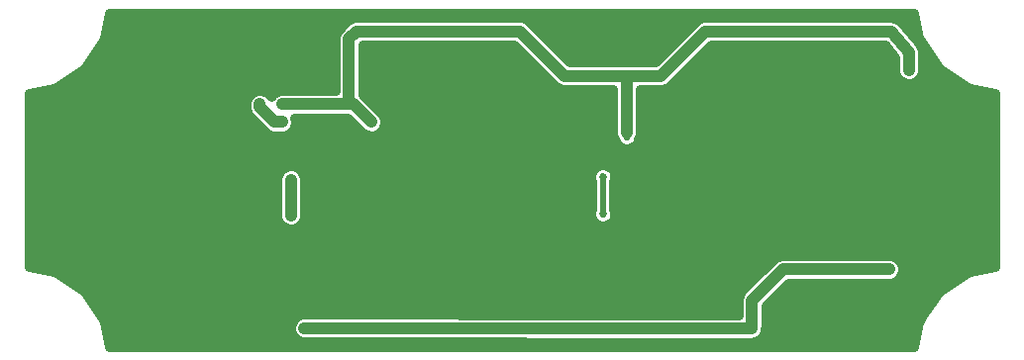
<source format=gbl>
G04 (created by PCBNEW (2013-09-28 BZR 4356)-product) date 10/22/2013 9:10:19 PM*
%MOIN*%
G04 Gerber Fmt 3.4, Leading zero omitted, Abs format*
%FSLAX34Y34*%
G01*
G70*
G90*
G04 APERTURE LIST*
%ADD10C,0.005906*%
%ADD11R,0.200000X0.095000*%
%ADD12C,0.100000*%
%ADD13R,0.393701X0.196850*%
%ADD14C,0.027000*%
%ADD15C,0.040000*%
%ADD16C,0.020000*%
%ADD17C,0.010000*%
%ADD18C,0.030000*%
G04 APERTURE END LIST*
G54D10*
G54D11*
X62125Y-52700D03*
X62125Y-56150D03*
G54D12*
X66393Y-49779D03*
X88677Y-59031D03*
G54D13*
X89105Y-59185D03*
X65930Y-49610D03*
G54D14*
X72050Y-51850D03*
X72800Y-52450D03*
X69800Y-51850D03*
X81400Y-52950D03*
X90900Y-50700D03*
X70550Y-59400D03*
X90230Y-57410D03*
X70100Y-55600D03*
X70100Y-54400D03*
X84980Y-55810D03*
X83980Y-55810D03*
X82980Y-55810D03*
X82980Y-54810D03*
X83980Y-54810D03*
X84980Y-54810D03*
X85980Y-54810D03*
X86980Y-54810D03*
X87980Y-54810D03*
X88980Y-54810D03*
X88980Y-53810D03*
X87980Y-53810D03*
X86980Y-53810D03*
X85980Y-53810D03*
X84980Y-53810D03*
X83980Y-53810D03*
X84980Y-52810D03*
X85980Y-52810D03*
X86980Y-52810D03*
X87980Y-52810D03*
X88980Y-52810D03*
X88980Y-51810D03*
X87980Y-51810D03*
X86980Y-51810D03*
X85980Y-51810D03*
X84980Y-51810D03*
X83980Y-52810D03*
X82980Y-52810D03*
X83980Y-51810D03*
X84980Y-50810D03*
X85980Y-50810D03*
X86980Y-50810D03*
X87980Y-50810D03*
X88980Y-50810D03*
X85980Y-55810D03*
X86980Y-55810D03*
X87980Y-55810D03*
X88980Y-55810D03*
X84980Y-56810D03*
X83980Y-56810D03*
X82980Y-56810D03*
X81980Y-57810D03*
X82980Y-57810D03*
X83980Y-57810D03*
X72980Y-56810D03*
X73980Y-55810D03*
X74980Y-55810D03*
X75980Y-55810D03*
X76980Y-55810D03*
X76980Y-56810D03*
X75980Y-56810D03*
X74980Y-56810D03*
X73980Y-56810D03*
X80980Y-57810D03*
X79980Y-56810D03*
X79980Y-57810D03*
X78980Y-57810D03*
X78980Y-56810D03*
X77980Y-56810D03*
X77980Y-57810D03*
X76980Y-58810D03*
X76980Y-57810D03*
X75980Y-57810D03*
X74980Y-57810D03*
X73980Y-57810D03*
X72980Y-57810D03*
X71980Y-57810D03*
X70605Y-58310D03*
X70980Y-58810D03*
X71980Y-58810D03*
X72980Y-58810D03*
X73980Y-58810D03*
X74980Y-58810D03*
X75980Y-58810D03*
X77980Y-58810D03*
X78980Y-58810D03*
X79980Y-58810D03*
X80980Y-58810D03*
X81980Y-58810D03*
X82980Y-58810D03*
X83980Y-58810D03*
X84980Y-58810D03*
X70605Y-57810D03*
X70605Y-57310D03*
X70605Y-56810D03*
X88980Y-56810D03*
X87980Y-56810D03*
X86980Y-56810D03*
X85980Y-57060D03*
X85480Y-57560D03*
X84980Y-58060D03*
X71200Y-49650D03*
X70200Y-49650D03*
X69200Y-49650D03*
X68200Y-49650D03*
X67200Y-49650D03*
X86230Y-59485D03*
X86230Y-58735D03*
X86730Y-58235D03*
X87230Y-57985D03*
X87980Y-57985D03*
X88980Y-57985D03*
X89980Y-57985D03*
X88980Y-58735D03*
X87980Y-58735D03*
X86980Y-58735D03*
X86980Y-59485D03*
X87980Y-59485D03*
X88980Y-59485D03*
X89980Y-59485D03*
X89980Y-58735D03*
X64325Y-59300D03*
X65325Y-59300D03*
X66325Y-59300D03*
X67325Y-59300D03*
X68325Y-59300D03*
X68325Y-58300D03*
X67325Y-58300D03*
X66325Y-58300D03*
X65325Y-58300D03*
X64325Y-58300D03*
X64325Y-57300D03*
X65325Y-57300D03*
X66325Y-57300D03*
X67325Y-57300D03*
X68325Y-57300D03*
X68325Y-56300D03*
X67325Y-56300D03*
X66325Y-56300D03*
X65325Y-56300D03*
X64325Y-56300D03*
X63325Y-57300D03*
X62325Y-57300D03*
X91505Y-57860D03*
X91825Y-56850D03*
X92835Y-56830D03*
X93560Y-56780D03*
X93535Y-57280D03*
X92510Y-57680D03*
X91760Y-58205D03*
X91235Y-59080D03*
X63325Y-55850D03*
X63325Y-56350D03*
X63325Y-56850D03*
X62825Y-56850D03*
X62325Y-56850D03*
X61825Y-56850D03*
X61325Y-56850D03*
X61325Y-57300D03*
X61960Y-57405D03*
X62535Y-57655D03*
X62975Y-57975D03*
X63475Y-58475D03*
X63760Y-58930D03*
X63985Y-59455D03*
X64035Y-59930D03*
X64975Y-59975D03*
X65975Y-59975D03*
X66975Y-59975D03*
X67975Y-59975D03*
X68975Y-59975D03*
X69975Y-59975D03*
X70975Y-59975D03*
X71975Y-59975D03*
X72975Y-59975D03*
X73975Y-59975D03*
X74975Y-59975D03*
X75975Y-59975D03*
X76975Y-59975D03*
X77975Y-59975D03*
X78975Y-59975D03*
X79975Y-59975D03*
X80975Y-59975D03*
X81975Y-59975D03*
X82975Y-59975D03*
X83975Y-59975D03*
X84975Y-59975D03*
X85975Y-59975D03*
X86975Y-59975D03*
X87975Y-59975D03*
X88975Y-59975D03*
X89975Y-59975D03*
X61310Y-53655D03*
X61810Y-53555D03*
X62300Y-53525D03*
X62800Y-53525D03*
X63300Y-53525D03*
X63800Y-53525D03*
X64300Y-53600D03*
X64800Y-53725D03*
X65300Y-53600D03*
X65800Y-53850D03*
X66300Y-53850D03*
X66800Y-53850D03*
X69485Y-59305D03*
X69485Y-58805D03*
X69485Y-58305D03*
X69485Y-57805D03*
X69485Y-57305D03*
X69485Y-56805D03*
X69075Y-55605D03*
X70545Y-55625D03*
X70575Y-56350D03*
X65200Y-49900D03*
X65200Y-50900D03*
X65200Y-51900D03*
X65200Y-52900D03*
X64200Y-52900D03*
X64200Y-51900D03*
X64200Y-50900D03*
X64200Y-49900D03*
X79200Y-49400D03*
X78460Y-49355D03*
X78985Y-49880D03*
X79460Y-50355D03*
X81350Y-50400D03*
X81835Y-50380D03*
X82285Y-50380D03*
X82810Y-49855D03*
X83310Y-49355D03*
X81560Y-49880D03*
X81560Y-48880D03*
X82335Y-49405D03*
X93585Y-54580D03*
X92525Y-54450D03*
X91585Y-54430D03*
X90935Y-53930D03*
X90325Y-54600D03*
X89575Y-56600D03*
X89575Y-56100D03*
X89575Y-55600D03*
X89575Y-55100D03*
X92825Y-55000D03*
X91575Y-55100D03*
X90910Y-55255D03*
X91825Y-53350D03*
X91825Y-52100D03*
X91400Y-50900D03*
X91725Y-51650D03*
X92725Y-52150D03*
X93725Y-52150D03*
X93725Y-51550D03*
X93225Y-51400D03*
X92725Y-51250D03*
X92225Y-50900D03*
X91725Y-50400D03*
X91400Y-49900D03*
X90975Y-48900D03*
X89975Y-48900D03*
X88975Y-48900D03*
X87975Y-48900D03*
X86975Y-48900D03*
X85975Y-48900D03*
X84975Y-48900D03*
X83975Y-48900D03*
X82975Y-48900D03*
X82335Y-48905D03*
X80975Y-48900D03*
X80975Y-49400D03*
X80850Y-49900D03*
X80850Y-50400D03*
X79700Y-55900D03*
X80200Y-55450D03*
X80200Y-56150D03*
X80950Y-56250D03*
X80950Y-56900D03*
X81325Y-57125D03*
X81700Y-56900D03*
X81700Y-56400D03*
X81725Y-55900D03*
X81825Y-55400D03*
X81880Y-54885D03*
X81400Y-54690D03*
X80950Y-54700D03*
X80850Y-51650D03*
X80850Y-52150D03*
X80850Y-52650D03*
X80850Y-53150D03*
X80850Y-53650D03*
X81000Y-54050D03*
X82275Y-53775D03*
X81900Y-53775D03*
X81900Y-52750D03*
X81900Y-51750D03*
X90360Y-52930D03*
X90400Y-51975D03*
X90400Y-51125D03*
X90400Y-50500D03*
X89900Y-50000D03*
X89150Y-50000D03*
X88400Y-50000D03*
X87650Y-50000D03*
X86650Y-50000D03*
X85650Y-50000D03*
X84650Y-50000D03*
X83900Y-50750D03*
X82900Y-51750D03*
X79200Y-55900D03*
X79200Y-55400D03*
X79200Y-54900D03*
X79200Y-54400D03*
X79200Y-53900D03*
X79200Y-53400D03*
X78850Y-52775D03*
X78800Y-53150D03*
X78800Y-53650D03*
X78800Y-54150D03*
X78800Y-54650D03*
X78800Y-55150D03*
X78800Y-55650D03*
X78300Y-55650D03*
X77800Y-55650D03*
X77800Y-54900D03*
X77300Y-55150D03*
X76800Y-55150D03*
X76300Y-54900D03*
X75800Y-54400D03*
X74800Y-54400D03*
X74050Y-54400D03*
X73550Y-54400D03*
X73050Y-54400D03*
X71600Y-54275D03*
X71775Y-54650D03*
X72475Y-54650D03*
X72800Y-55075D03*
X72800Y-55575D03*
X72300Y-55825D03*
X72300Y-56325D03*
X71980Y-56810D03*
X67425Y-52875D03*
X61335Y-55205D03*
X61810Y-55255D03*
X62300Y-55275D03*
X62800Y-55275D03*
X63300Y-55275D03*
X63800Y-55275D03*
X64300Y-55200D03*
X64800Y-55075D03*
X65300Y-55200D03*
X65800Y-54950D03*
X66300Y-54950D03*
X66800Y-54950D03*
X67300Y-54950D03*
X67800Y-54950D03*
X68300Y-54800D03*
X68950Y-53150D03*
X69050Y-53575D03*
X69050Y-54075D03*
X69050Y-54575D03*
X69550Y-54825D03*
X69550Y-54325D03*
X69550Y-53825D03*
X69550Y-53325D03*
X70175Y-52800D03*
X69675Y-52900D03*
X69210Y-52880D03*
X68735Y-52880D03*
X68410Y-53155D03*
X68435Y-53580D03*
X68435Y-54155D03*
X74300Y-52825D03*
X74700Y-52850D03*
X75050Y-53025D03*
X75550Y-53450D03*
X75050Y-53450D03*
X74550Y-53450D03*
X74075Y-53450D03*
X73550Y-53425D03*
X73050Y-53425D03*
X72550Y-53525D03*
X72050Y-53525D03*
X71550Y-53525D03*
X71050Y-53525D03*
X70700Y-53325D03*
X70900Y-52900D03*
X71300Y-52825D03*
X71800Y-52825D03*
X72300Y-52850D03*
X72800Y-52900D03*
X73300Y-52825D03*
X73800Y-52825D03*
X74700Y-51475D03*
X75200Y-51475D03*
X75700Y-51475D03*
X76200Y-51475D03*
X76700Y-51475D03*
X76200Y-50975D03*
X75700Y-50975D03*
X75200Y-50975D03*
X74700Y-50975D03*
X74200Y-50975D03*
X73700Y-50975D03*
X73200Y-50975D03*
X72550Y-50975D03*
X72950Y-51475D03*
X73450Y-51475D03*
X73950Y-51475D03*
X77200Y-53725D03*
X77200Y-53225D03*
X77200Y-52725D03*
X77275Y-51975D03*
X77775Y-52475D03*
X77775Y-52975D03*
X77775Y-53475D03*
X77625Y-53975D03*
X77050Y-54225D03*
X76625Y-53975D03*
X76625Y-53475D03*
X76625Y-52975D03*
X76625Y-52475D03*
X76625Y-51975D03*
X76050Y-51975D03*
X75575Y-52325D03*
X75050Y-52075D03*
X74300Y-52075D03*
X68550Y-52075D03*
X68050Y-52075D03*
X67550Y-52075D03*
X67550Y-51400D03*
X68050Y-51400D03*
X68550Y-51400D03*
X69050Y-51400D03*
X69550Y-51400D03*
X70050Y-51400D03*
X70550Y-51400D03*
X71050Y-51400D03*
X71550Y-51400D03*
X71300Y-50950D03*
X70800Y-50950D03*
X70300Y-50950D03*
X69800Y-50950D03*
X69300Y-50950D03*
X68800Y-50950D03*
X68300Y-50950D03*
X67800Y-50950D03*
X67300Y-50975D03*
X67250Y-51400D03*
X79950Y-51650D03*
X72950Y-49900D03*
X73450Y-49900D03*
X73950Y-49900D03*
X74450Y-49900D03*
X74950Y-49900D03*
X75450Y-49900D03*
X75950Y-49900D03*
X76450Y-49900D03*
X77200Y-49900D03*
X77700Y-50150D03*
X78200Y-50650D03*
X78700Y-51150D03*
X79450Y-51400D03*
X79950Y-52150D03*
X63450Y-52900D03*
X63450Y-52400D03*
X63450Y-51900D03*
X62950Y-51900D03*
X62450Y-51900D03*
X61950Y-51900D03*
X61450Y-51650D03*
X62200Y-51400D03*
X63200Y-50900D03*
X63700Y-49900D03*
X64200Y-48900D03*
X64700Y-48900D03*
X65700Y-48900D03*
X66700Y-48900D03*
X67700Y-48900D03*
X68700Y-48900D03*
X69700Y-48900D03*
X70700Y-48900D03*
X71700Y-48900D03*
X72700Y-48900D03*
X73700Y-48900D03*
X74700Y-48900D03*
X75700Y-48900D03*
X76700Y-48900D03*
X77700Y-48900D03*
X78700Y-48900D03*
X79700Y-48900D03*
X79700Y-49400D03*
X79950Y-49900D03*
X79950Y-50400D03*
X72725Y-50225D03*
X73225Y-50225D03*
X73725Y-50225D03*
X74225Y-50225D03*
X74725Y-50225D03*
X75225Y-50225D03*
X75725Y-50225D03*
X76225Y-50225D03*
X76725Y-50225D03*
X77225Y-50650D03*
X77725Y-51150D03*
X78225Y-51650D03*
X78725Y-51900D03*
X79475Y-52150D03*
X79950Y-52650D03*
X79950Y-53150D03*
X79950Y-53650D03*
X79950Y-54150D03*
X79950Y-54650D03*
X71300Y-50225D03*
X70800Y-50225D03*
X70300Y-50225D03*
X69800Y-50225D03*
X69300Y-50225D03*
X68800Y-50225D03*
X68300Y-50225D03*
X67800Y-50225D03*
X67300Y-50225D03*
X66800Y-50225D03*
X66300Y-50475D03*
X66300Y-50975D03*
X66300Y-51475D03*
X80600Y-54300D03*
X80600Y-55550D03*
X69050Y-51850D03*
X69800Y-52450D03*
G54D15*
X72050Y-51850D02*
X72200Y-51850D01*
X72200Y-51850D02*
X72800Y-52450D01*
X69800Y-51850D02*
X72050Y-51850D01*
X79300Y-50900D02*
X77800Y-49400D01*
X77800Y-49400D02*
X72300Y-49400D01*
X72300Y-49400D02*
X72050Y-49650D01*
X72050Y-49650D02*
X72050Y-51850D01*
X79300Y-50900D02*
X81400Y-50900D01*
X81400Y-50900D02*
X81400Y-52800D01*
G54D16*
X81400Y-52800D02*
X81400Y-52950D01*
G54D15*
X90900Y-50700D02*
X90900Y-50100D01*
X90300Y-49400D02*
X90900Y-50100D01*
X84050Y-49400D02*
X90300Y-49400D01*
X82550Y-50900D02*
X84050Y-49400D01*
X81400Y-50900D02*
X82550Y-50900D01*
X85605Y-59410D02*
X85605Y-58460D01*
X70550Y-59400D02*
X85605Y-59410D01*
X86655Y-57410D02*
X90230Y-57410D01*
X85605Y-58460D02*
X86655Y-57410D01*
X70100Y-55600D02*
X70100Y-54400D01*
G54D17*
X83980Y-55810D02*
X84980Y-55810D01*
X82980Y-54810D02*
X82980Y-55810D01*
X84980Y-54810D02*
X83980Y-54810D01*
X86980Y-54810D02*
X85980Y-54810D01*
X88980Y-54810D02*
X87980Y-54810D01*
X87980Y-53810D02*
X88980Y-53810D01*
X85980Y-53810D02*
X86980Y-53810D01*
X83980Y-53810D02*
X84980Y-53810D01*
X85980Y-52810D02*
X84980Y-52810D01*
X87980Y-52810D02*
X86980Y-52810D01*
X88980Y-51810D02*
X88980Y-52810D01*
X86980Y-51810D02*
X87980Y-51810D01*
X84980Y-51810D02*
X85980Y-51810D01*
X82980Y-52810D02*
X83980Y-52810D01*
X84980Y-50810D02*
X83980Y-51810D01*
X86980Y-50810D02*
X85980Y-50810D01*
X88980Y-50810D02*
X87980Y-50810D01*
X85980Y-55810D02*
X86980Y-55810D01*
X87980Y-55810D02*
X88980Y-55810D01*
X84980Y-56810D02*
X83980Y-56810D01*
X82980Y-56810D02*
X81980Y-57810D01*
X82980Y-57810D02*
X83980Y-57810D01*
X72980Y-56810D02*
X73980Y-55810D01*
X74980Y-55810D02*
X75980Y-55810D01*
X76980Y-55810D02*
X76980Y-56810D01*
X75980Y-56810D02*
X74980Y-56810D01*
X73980Y-56810D02*
X72980Y-56810D01*
X72980Y-56810D02*
X71980Y-57810D01*
X79980Y-57810D02*
X79980Y-56810D01*
X78980Y-56810D02*
X78980Y-57810D01*
X77980Y-57810D02*
X77980Y-56810D01*
X76980Y-57810D02*
X76980Y-58810D01*
X74980Y-57810D02*
X75980Y-57810D01*
X72980Y-57810D02*
X73980Y-57810D01*
X84980Y-58810D02*
X84980Y-58060D01*
X70980Y-58810D02*
X71980Y-58810D01*
X72980Y-58810D02*
X73980Y-58810D01*
X74980Y-58810D02*
X75980Y-58810D01*
X77980Y-58810D02*
X78980Y-58810D01*
X79980Y-58810D02*
X80980Y-58810D01*
X81980Y-58810D02*
X82980Y-58810D01*
X83980Y-58810D02*
X84980Y-58810D01*
X70605Y-56810D02*
X70605Y-57310D01*
X70605Y-57810D02*
X70605Y-58310D01*
X86980Y-56810D02*
X87980Y-56810D01*
X85480Y-57560D02*
X85980Y-57060D01*
G54D16*
X70200Y-49650D02*
X71200Y-49650D01*
X68200Y-49650D02*
X69200Y-49650D01*
X66230Y-49160D02*
X67200Y-49650D01*
G54D17*
X89980Y-57985D02*
X89980Y-58735D01*
X86230Y-59485D02*
X86230Y-58735D01*
X86730Y-58235D02*
X86980Y-57985D01*
X86980Y-57985D02*
X87230Y-57985D01*
X87980Y-57985D02*
X88980Y-57985D01*
X88980Y-58735D02*
X88677Y-59031D01*
X86980Y-58735D02*
X87980Y-58735D01*
X87980Y-59485D02*
X86980Y-59485D01*
X89980Y-59485D02*
X88980Y-59485D01*
G54D16*
X65325Y-59300D02*
X64325Y-59300D01*
X67325Y-59300D02*
X66325Y-59300D01*
X68325Y-58300D02*
X68325Y-59300D01*
X66325Y-58300D02*
X67325Y-58300D01*
X64325Y-58300D02*
X65325Y-58300D01*
X65325Y-57300D02*
X64325Y-57300D01*
X67325Y-57300D02*
X66325Y-57300D01*
X68325Y-56300D02*
X68325Y-57300D01*
X66325Y-56300D02*
X67325Y-56300D01*
X64325Y-56300D02*
X65325Y-56300D01*
X62325Y-57300D02*
X63325Y-57300D01*
X90975Y-59975D02*
X90975Y-59400D01*
X92700Y-56850D02*
X91825Y-56850D01*
X92835Y-56830D02*
X92700Y-56850D01*
X93535Y-57280D02*
X93560Y-56780D01*
X92425Y-57675D02*
X92510Y-57680D01*
X91760Y-58205D02*
X92425Y-57675D01*
X90975Y-59400D02*
X91235Y-59080D01*
X63325Y-56350D02*
X63325Y-55850D01*
X62825Y-56850D02*
X63325Y-56850D01*
X61825Y-56850D02*
X62325Y-56850D01*
X61325Y-57300D02*
X61325Y-56850D01*
X62260Y-57480D02*
X61960Y-57405D01*
X62535Y-57655D02*
X62260Y-57480D01*
X63475Y-58475D02*
X62975Y-57975D01*
X63925Y-59175D02*
X63760Y-58930D01*
X63985Y-59455D02*
X63925Y-59175D01*
X64975Y-59975D02*
X64035Y-59930D01*
X66975Y-59975D02*
X65975Y-59975D01*
X68975Y-59975D02*
X67975Y-59975D01*
X70975Y-59975D02*
X69975Y-59975D01*
X72975Y-59975D02*
X71975Y-59975D01*
X74975Y-59975D02*
X73975Y-59975D01*
X76975Y-59975D02*
X75975Y-59975D01*
X78975Y-59975D02*
X77975Y-59975D01*
X80975Y-59975D02*
X79975Y-59975D01*
X82975Y-59975D02*
X81975Y-59975D01*
X84975Y-59975D02*
X83975Y-59975D01*
X86975Y-59975D02*
X85975Y-59975D01*
X88975Y-59975D02*
X87975Y-59975D01*
X90975Y-59975D02*
X89975Y-59975D01*
X61310Y-53655D02*
X61810Y-53555D01*
X62300Y-53525D02*
X62800Y-53525D01*
X63300Y-53525D02*
X63800Y-53525D01*
X64300Y-53600D02*
X64800Y-53725D01*
X65300Y-53600D02*
X65800Y-53850D01*
X66300Y-53850D02*
X66800Y-53850D01*
X69485Y-58805D02*
X69485Y-59305D01*
X69485Y-57805D02*
X69485Y-58305D01*
X69485Y-56805D02*
X69485Y-57305D01*
X70545Y-56320D02*
X70545Y-55625D01*
X70575Y-56350D02*
X70545Y-56320D01*
X65200Y-50900D02*
X65200Y-49900D01*
X65200Y-52900D02*
X65200Y-51900D01*
X64200Y-51900D02*
X64200Y-52900D01*
X64200Y-49900D02*
X64200Y-50900D01*
X78460Y-49355D02*
X79200Y-49400D01*
X79460Y-50355D02*
X78985Y-49880D01*
X83310Y-49355D02*
X82335Y-49405D01*
X81350Y-50400D02*
X81835Y-50380D01*
X82285Y-50380D02*
X82810Y-49855D01*
X81560Y-49855D02*
X81560Y-49880D01*
X81560Y-48880D02*
X81560Y-49855D01*
X91675Y-54450D02*
X92525Y-54450D01*
X91585Y-54430D02*
X91675Y-54450D01*
X90825Y-54100D02*
X90935Y-53930D01*
X90325Y-54600D02*
X90825Y-54100D01*
X89575Y-56100D02*
X89575Y-56600D01*
X89575Y-55100D02*
X89575Y-55600D01*
X92825Y-55000D02*
X92825Y-55100D01*
X79950Y-50400D02*
X80850Y-50400D01*
X92225Y-51650D02*
X91725Y-51650D01*
X92725Y-52150D02*
X92225Y-51650D01*
X93725Y-51550D02*
X93725Y-52150D01*
X92875Y-51400D02*
X93225Y-51400D01*
X92725Y-51250D02*
X92875Y-51400D01*
X91725Y-50400D02*
X92225Y-50900D01*
X90975Y-49475D02*
X91400Y-49900D01*
X90975Y-48900D02*
X90975Y-49475D01*
X88975Y-48900D02*
X89975Y-48900D01*
X86975Y-48900D02*
X87975Y-48900D01*
X84975Y-48900D02*
X85975Y-48900D01*
X82975Y-48900D02*
X83975Y-48900D01*
X80975Y-48900D02*
X82335Y-48905D01*
X80975Y-49775D02*
X80975Y-49400D01*
X80850Y-49900D02*
X80975Y-49775D01*
X80950Y-54700D02*
X81000Y-54650D01*
X79700Y-55900D02*
X79750Y-55900D01*
X79750Y-55900D02*
X80200Y-55450D01*
X80200Y-56150D02*
X80450Y-56400D01*
X80450Y-56400D02*
X80800Y-56400D01*
X80800Y-56400D02*
X80950Y-56250D01*
X80950Y-56900D02*
X80950Y-57150D01*
X80950Y-57150D02*
X81325Y-57125D01*
X81700Y-56900D02*
X81700Y-56400D01*
X81725Y-55900D02*
X81800Y-55825D01*
X81800Y-55825D02*
X81825Y-55400D01*
X81880Y-54885D02*
X81650Y-54700D01*
X81650Y-54700D02*
X81400Y-54690D01*
X80850Y-52650D02*
X80850Y-52150D01*
X80850Y-53650D02*
X80850Y-53150D01*
X81000Y-54650D02*
X81000Y-54050D01*
X82275Y-53775D02*
X81900Y-53775D01*
X81900Y-52750D02*
X81900Y-51750D01*
X90400Y-51125D02*
X90400Y-51975D01*
X89900Y-50000D02*
X90400Y-50500D01*
X88400Y-50000D02*
X89150Y-50000D01*
X86650Y-50000D02*
X87650Y-50000D01*
X84650Y-50000D02*
X85650Y-50000D01*
X82900Y-51750D02*
X83900Y-50750D01*
X72475Y-54650D02*
X72800Y-54650D01*
X79200Y-54900D02*
X79200Y-55400D01*
X79200Y-53900D02*
X79200Y-54400D01*
X78925Y-53125D02*
X79200Y-53400D01*
X78850Y-52775D02*
X78925Y-53125D01*
X78800Y-53650D02*
X78800Y-53150D01*
X78800Y-54650D02*
X78800Y-54150D01*
X78800Y-55650D02*
X78800Y-55150D01*
X77800Y-55650D02*
X78300Y-55650D01*
X77550Y-55150D02*
X77800Y-54900D01*
X77300Y-55150D02*
X77550Y-55150D01*
X76550Y-55150D02*
X76800Y-55150D01*
X76300Y-54900D02*
X76550Y-55150D01*
X74800Y-54400D02*
X75800Y-54400D01*
X73550Y-54400D02*
X74050Y-54400D01*
X72800Y-54650D02*
X73050Y-54400D01*
X71600Y-54475D02*
X71600Y-54275D01*
X71775Y-54650D02*
X71600Y-54475D01*
X72625Y-54650D02*
X72475Y-54650D01*
X72775Y-54800D02*
X72625Y-54650D01*
X72800Y-54800D02*
X72775Y-54800D01*
X72800Y-55075D02*
X72800Y-54800D01*
X72550Y-55825D02*
X72800Y-55575D01*
X72300Y-55825D02*
X72550Y-55825D01*
X72275Y-56350D02*
X72300Y-56325D01*
X71980Y-56810D02*
X72275Y-56350D01*
X67550Y-52075D02*
X67425Y-52875D01*
X68300Y-54800D02*
X68400Y-54700D01*
X61335Y-55205D02*
X61810Y-55255D01*
X62300Y-55275D02*
X62800Y-55275D01*
X63300Y-55275D02*
X63800Y-55275D01*
X64300Y-55200D02*
X64800Y-55075D01*
X65300Y-55200D02*
X65800Y-54950D01*
X66300Y-54950D02*
X66800Y-54950D01*
X67300Y-54950D02*
X67800Y-54950D01*
X69050Y-53250D02*
X68950Y-53150D01*
X69050Y-53575D02*
X69050Y-53250D01*
X69050Y-54575D02*
X69050Y-54075D01*
X69550Y-54325D02*
X69550Y-54825D01*
X69550Y-53325D02*
X69550Y-53825D01*
X70075Y-52900D02*
X70175Y-52800D01*
X69675Y-52900D02*
X70075Y-52900D01*
X69185Y-52855D02*
X69210Y-52880D01*
X68735Y-52880D02*
X69185Y-52855D01*
X68435Y-53580D02*
X68410Y-53155D01*
X68400Y-54700D02*
X68435Y-54155D01*
X74300Y-52075D02*
X74300Y-52825D01*
X74875Y-52850D02*
X74700Y-52850D01*
X75050Y-53025D02*
X74875Y-52850D01*
X75050Y-53450D02*
X75550Y-53450D01*
X74075Y-53450D02*
X74550Y-53450D01*
X73050Y-53425D02*
X73550Y-53425D01*
X72050Y-53525D02*
X72550Y-53525D01*
X71050Y-53525D02*
X71550Y-53525D01*
X70700Y-53100D02*
X70700Y-53325D01*
X70900Y-52900D02*
X70700Y-53100D01*
X71800Y-52825D02*
X71300Y-52825D01*
X72750Y-52850D02*
X72300Y-52850D01*
X72800Y-52900D02*
X72750Y-52850D01*
X73800Y-52825D02*
X73300Y-52825D01*
X75200Y-51475D02*
X74700Y-51475D01*
X76200Y-51475D02*
X75700Y-51475D01*
X76200Y-50975D02*
X76700Y-51475D01*
X75200Y-50975D02*
X75700Y-50975D01*
X74200Y-50975D02*
X74700Y-50975D01*
X73200Y-50975D02*
X73700Y-50975D01*
X72550Y-51075D02*
X72550Y-50975D01*
X72950Y-51475D02*
X72550Y-51075D01*
X73950Y-51475D02*
X73450Y-51475D01*
X77200Y-53225D02*
X77200Y-53725D01*
X77200Y-52050D02*
X77200Y-52725D01*
X77275Y-51975D02*
X77200Y-52050D01*
X77775Y-52975D02*
X77775Y-52475D01*
X77775Y-53825D02*
X77775Y-53475D01*
X77625Y-53975D02*
X77775Y-53825D01*
X76875Y-54225D02*
X77050Y-54225D01*
X76625Y-53975D02*
X76875Y-54225D01*
X76625Y-52975D02*
X76625Y-53475D01*
X76625Y-51975D02*
X76625Y-52475D01*
X75650Y-51975D02*
X76050Y-51975D01*
X75550Y-52075D02*
X75650Y-51975D01*
X75550Y-52300D02*
X75550Y-52075D01*
X75575Y-52325D02*
X75550Y-52300D01*
X74300Y-52075D02*
X75050Y-52075D01*
X68050Y-52075D02*
X68550Y-52075D01*
X67550Y-51400D02*
X67550Y-52075D01*
X68550Y-51400D02*
X68050Y-51400D01*
X69550Y-51400D02*
X69050Y-51400D01*
X70550Y-51400D02*
X70050Y-51400D01*
X71550Y-51400D02*
X71050Y-51400D01*
X70800Y-50950D02*
X71300Y-50950D01*
X69800Y-50950D02*
X70300Y-50950D01*
X68800Y-50950D02*
X69300Y-50950D01*
X67800Y-50950D02*
X68300Y-50950D01*
X67250Y-51025D02*
X67300Y-50975D01*
X67250Y-51400D02*
X67250Y-51025D01*
X79950Y-51650D02*
X79700Y-51650D01*
X73450Y-49900D02*
X72950Y-49900D01*
X74450Y-49900D02*
X73950Y-49900D01*
X75450Y-49900D02*
X74950Y-49900D01*
X76450Y-49900D02*
X75950Y-49900D01*
X77450Y-50150D02*
X77200Y-49900D01*
X77700Y-50150D02*
X77450Y-50150D01*
X78700Y-51150D02*
X78200Y-50650D01*
X79700Y-51650D02*
X79450Y-51400D01*
X79950Y-52650D02*
X79950Y-52150D01*
X63450Y-52400D02*
X63450Y-52900D01*
X62950Y-51900D02*
X63450Y-51900D01*
X61950Y-51900D02*
X62450Y-51900D01*
X61950Y-51650D02*
X61450Y-51650D01*
X62200Y-51400D02*
X61950Y-51650D01*
X63700Y-50400D02*
X63200Y-50900D01*
X63700Y-49900D02*
X63700Y-50400D01*
X64700Y-48900D02*
X64200Y-48900D01*
X66700Y-48900D02*
X65700Y-48900D01*
X68700Y-48900D02*
X67700Y-48900D01*
X70700Y-48900D02*
X69700Y-48900D01*
X72700Y-48900D02*
X71700Y-48900D01*
X74700Y-48900D02*
X73700Y-48900D01*
X76700Y-48900D02*
X75700Y-48900D01*
X78700Y-48900D02*
X77700Y-48900D01*
X79700Y-49400D02*
X79700Y-48900D01*
X79950Y-50400D02*
X79950Y-49900D01*
X73725Y-50225D02*
X73225Y-50225D01*
X74725Y-50225D02*
X74225Y-50225D01*
X75725Y-50225D02*
X75225Y-50225D01*
X76725Y-50225D02*
X76225Y-50225D01*
X77725Y-51150D02*
X77225Y-50650D01*
X78475Y-51650D02*
X78225Y-51650D01*
X78725Y-51900D02*
X78475Y-51650D01*
X79950Y-52650D02*
X79450Y-52150D01*
X79950Y-53650D02*
X79950Y-53150D01*
X79950Y-54650D02*
X79950Y-54150D01*
X70300Y-50225D02*
X70800Y-50225D01*
X69300Y-50225D02*
X69800Y-50225D01*
X68300Y-50225D02*
X68800Y-50225D01*
X67300Y-50225D02*
X67800Y-50225D01*
X66300Y-50225D02*
X66800Y-50225D01*
X66300Y-50475D02*
X66300Y-50225D01*
X66300Y-51475D02*
X66300Y-50975D01*
X80600Y-55550D02*
X80600Y-54300D01*
G54D15*
X69800Y-52450D02*
X69550Y-52450D01*
X69050Y-51950D02*
X69550Y-52450D01*
X69050Y-51950D02*
X69050Y-51850D01*
G54D10*
G36*
X93791Y-57325D02*
X92961Y-57490D01*
X92919Y-57508D01*
X92860Y-57532D01*
X91966Y-58129D01*
X91928Y-58168D01*
X91889Y-58207D01*
X91350Y-59014D01*
X91350Y-50700D01*
X91350Y-50100D01*
X91336Y-50030D01*
X91327Y-49960D01*
X91319Y-49944D01*
X91315Y-49927D01*
X91276Y-49868D01*
X91241Y-49807D01*
X90641Y-49107D01*
X90627Y-49096D01*
X90618Y-49081D01*
X90559Y-49042D01*
X90503Y-48998D01*
X90486Y-48993D01*
X90472Y-48984D01*
X90402Y-48970D01*
X90334Y-48951D01*
X90317Y-48953D01*
X90300Y-48950D01*
X84050Y-48950D01*
X83877Y-48984D01*
X83731Y-49081D01*
X82363Y-50450D01*
X81400Y-50450D01*
X79486Y-50450D01*
X78118Y-49081D01*
X77972Y-48984D01*
X77800Y-48950D01*
X72300Y-48950D01*
X72127Y-48984D01*
X71981Y-49081D01*
X71731Y-49331D01*
X71634Y-49477D01*
X71600Y-49650D01*
X71600Y-51400D01*
X69800Y-51400D01*
X69627Y-51434D01*
X69481Y-51531D01*
X69425Y-51616D01*
X69368Y-51531D01*
X69222Y-51434D01*
X69050Y-51400D01*
X68877Y-51434D01*
X68731Y-51531D01*
X68634Y-51677D01*
X68600Y-51850D01*
X68600Y-51950D01*
X68634Y-52122D01*
X68731Y-52268D01*
X69231Y-52768D01*
X69377Y-52865D01*
X69550Y-52900D01*
X69800Y-52900D01*
X69972Y-52865D01*
X70118Y-52768D01*
X70215Y-52622D01*
X70250Y-52450D01*
X70220Y-52300D01*
X72013Y-52300D01*
X72481Y-52768D01*
X72627Y-52865D01*
X72800Y-52900D01*
X72972Y-52865D01*
X73118Y-52768D01*
X73215Y-52622D01*
X73250Y-52450D01*
X73215Y-52277D01*
X73118Y-52131D01*
X72518Y-51531D01*
X72500Y-51519D01*
X72500Y-49850D01*
X77613Y-49850D01*
X78981Y-51218D01*
X79127Y-51315D01*
X79300Y-51350D01*
X80950Y-51350D01*
X80950Y-52800D01*
X80984Y-52972D01*
X81014Y-53018D01*
X81014Y-53026D01*
X81073Y-53167D01*
X81181Y-53276D01*
X81323Y-53334D01*
X81476Y-53335D01*
X81617Y-53276D01*
X81726Y-53168D01*
X81784Y-53026D01*
X81784Y-53018D01*
X81815Y-52972D01*
X81850Y-52800D01*
X81850Y-51350D01*
X82550Y-51350D01*
X82722Y-51315D01*
X82868Y-51218D01*
X84236Y-49850D01*
X90093Y-49850D01*
X90450Y-50266D01*
X90450Y-50700D01*
X90484Y-50872D01*
X90581Y-51018D01*
X90727Y-51115D01*
X90900Y-51150D01*
X91072Y-51115D01*
X91218Y-51018D01*
X91315Y-50872D01*
X91350Y-50700D01*
X91350Y-59014D01*
X91292Y-59101D01*
X91280Y-59130D01*
X91250Y-59201D01*
X91085Y-60031D01*
X90680Y-60031D01*
X90680Y-57410D01*
X90645Y-57237D01*
X90548Y-57091D01*
X90402Y-56994D01*
X90230Y-56960D01*
X86655Y-56960D01*
X86482Y-56994D01*
X86336Y-57091D01*
X85286Y-58141D01*
X85189Y-58287D01*
X85155Y-58460D01*
X85155Y-58959D01*
X80985Y-58956D01*
X80985Y-55473D01*
X80950Y-55388D01*
X80950Y-54461D01*
X80984Y-54376D01*
X80985Y-54223D01*
X80926Y-54082D01*
X80818Y-53973D01*
X80676Y-53915D01*
X80523Y-53914D01*
X80382Y-53973D01*
X80273Y-54081D01*
X80215Y-54223D01*
X80214Y-54376D01*
X80250Y-54461D01*
X80250Y-55388D01*
X80215Y-55473D01*
X80214Y-55626D01*
X80273Y-55767D01*
X80381Y-55876D01*
X80523Y-55934D01*
X80676Y-55935D01*
X80817Y-55876D01*
X80926Y-55768D01*
X80984Y-55626D01*
X80985Y-55473D01*
X80985Y-58956D01*
X70550Y-58950D01*
X70550Y-58950D01*
X70550Y-55600D01*
X70550Y-54400D01*
X70515Y-54227D01*
X70418Y-54081D01*
X70272Y-53984D01*
X70100Y-53950D01*
X69927Y-53984D01*
X69781Y-54081D01*
X69684Y-54227D01*
X69650Y-54400D01*
X69650Y-55600D01*
X69684Y-55772D01*
X69781Y-55918D01*
X69927Y-56015D01*
X70100Y-56050D01*
X70272Y-56015D01*
X70418Y-55918D01*
X70515Y-55772D01*
X70550Y-55600D01*
X70550Y-58950D01*
X70378Y-58984D01*
X70232Y-59081D01*
X70134Y-59227D01*
X70100Y-59399D01*
X70134Y-59571D01*
X70231Y-59717D01*
X70377Y-59815D01*
X70549Y-59850D01*
X85604Y-59860D01*
X85604Y-59859D01*
X85605Y-59860D01*
X85691Y-59842D01*
X85776Y-59825D01*
X85777Y-59825D01*
X85777Y-59825D01*
X85850Y-59777D01*
X85922Y-59728D01*
X85923Y-59728D01*
X85923Y-59728D01*
X85971Y-59655D01*
X86020Y-59582D01*
X86020Y-59582D01*
X86020Y-59582D01*
X86037Y-59495D01*
X86054Y-59410D01*
X86054Y-59410D01*
X86055Y-59410D01*
X86055Y-58646D01*
X86841Y-57860D01*
X90230Y-57860D01*
X90402Y-57825D01*
X90548Y-57728D01*
X90645Y-57582D01*
X90680Y-57410D01*
X90680Y-60031D01*
X63985Y-60031D01*
X63820Y-59201D01*
X63802Y-59160D01*
X63778Y-59101D01*
X63181Y-58207D01*
X63181Y-58207D01*
X63142Y-58168D01*
X63104Y-58129D01*
X62209Y-57532D01*
X62180Y-57520D01*
X62109Y-57490D01*
X61279Y-57325D01*
X61279Y-51485D01*
X62109Y-51320D01*
X62109Y-51320D01*
X62180Y-51290D01*
X62209Y-51278D01*
X62209Y-51278D01*
X63104Y-50681D01*
X63104Y-50681D01*
X63142Y-50642D01*
X63181Y-50604D01*
X63181Y-50604D01*
X63778Y-49709D01*
X63802Y-49650D01*
X63820Y-49609D01*
X63820Y-49609D01*
X63985Y-48779D01*
X91085Y-48779D01*
X91250Y-49609D01*
X91280Y-49680D01*
X91292Y-49709D01*
X91889Y-50604D01*
X91928Y-50642D01*
X91966Y-50681D01*
X91966Y-50681D01*
X92860Y-51278D01*
X92919Y-51302D01*
X92961Y-51320D01*
X93791Y-51485D01*
X93791Y-57325D01*
X93791Y-57325D01*
G37*
G54D18*
X93791Y-57325D02*
X92961Y-57490D01*
X92919Y-57508D01*
X92860Y-57532D01*
X91966Y-58129D01*
X91928Y-58168D01*
X91889Y-58207D01*
X91350Y-59014D01*
X91350Y-50700D01*
X91350Y-50100D01*
X91336Y-50030D01*
X91327Y-49960D01*
X91319Y-49944D01*
X91315Y-49927D01*
X91276Y-49868D01*
X91241Y-49807D01*
X90641Y-49107D01*
X90627Y-49096D01*
X90618Y-49081D01*
X90559Y-49042D01*
X90503Y-48998D01*
X90486Y-48993D01*
X90472Y-48984D01*
X90402Y-48970D01*
X90334Y-48951D01*
X90317Y-48953D01*
X90300Y-48950D01*
X84050Y-48950D01*
X83877Y-48984D01*
X83731Y-49081D01*
X82363Y-50450D01*
X81400Y-50450D01*
X79486Y-50450D01*
X78118Y-49081D01*
X77972Y-48984D01*
X77800Y-48950D01*
X72300Y-48950D01*
X72127Y-48984D01*
X71981Y-49081D01*
X71731Y-49331D01*
X71634Y-49477D01*
X71600Y-49650D01*
X71600Y-51400D01*
X69800Y-51400D01*
X69627Y-51434D01*
X69481Y-51531D01*
X69425Y-51616D01*
X69368Y-51531D01*
X69222Y-51434D01*
X69050Y-51400D01*
X68877Y-51434D01*
X68731Y-51531D01*
X68634Y-51677D01*
X68600Y-51850D01*
X68600Y-51950D01*
X68634Y-52122D01*
X68731Y-52268D01*
X69231Y-52768D01*
X69377Y-52865D01*
X69550Y-52900D01*
X69800Y-52900D01*
X69972Y-52865D01*
X70118Y-52768D01*
X70215Y-52622D01*
X70250Y-52450D01*
X70220Y-52300D01*
X72013Y-52300D01*
X72481Y-52768D01*
X72627Y-52865D01*
X72800Y-52900D01*
X72972Y-52865D01*
X73118Y-52768D01*
X73215Y-52622D01*
X73250Y-52450D01*
X73215Y-52277D01*
X73118Y-52131D01*
X72518Y-51531D01*
X72500Y-51519D01*
X72500Y-49850D01*
X77613Y-49850D01*
X78981Y-51218D01*
X79127Y-51315D01*
X79300Y-51350D01*
X80950Y-51350D01*
X80950Y-52800D01*
X80984Y-52972D01*
X81014Y-53018D01*
X81014Y-53026D01*
X81073Y-53167D01*
X81181Y-53276D01*
X81323Y-53334D01*
X81476Y-53335D01*
X81617Y-53276D01*
X81726Y-53168D01*
X81784Y-53026D01*
X81784Y-53018D01*
X81815Y-52972D01*
X81850Y-52800D01*
X81850Y-51350D01*
X82550Y-51350D01*
X82722Y-51315D01*
X82868Y-51218D01*
X84236Y-49850D01*
X90093Y-49850D01*
X90450Y-50266D01*
X90450Y-50700D01*
X90484Y-50872D01*
X90581Y-51018D01*
X90727Y-51115D01*
X90900Y-51150D01*
X91072Y-51115D01*
X91218Y-51018D01*
X91315Y-50872D01*
X91350Y-50700D01*
X91350Y-59014D01*
X91292Y-59101D01*
X91280Y-59130D01*
X91250Y-59201D01*
X91085Y-60031D01*
X90680Y-60031D01*
X90680Y-57410D01*
X90645Y-57237D01*
X90548Y-57091D01*
X90402Y-56994D01*
X90230Y-56960D01*
X86655Y-56960D01*
X86482Y-56994D01*
X86336Y-57091D01*
X85286Y-58141D01*
X85189Y-58287D01*
X85155Y-58460D01*
X85155Y-58959D01*
X80985Y-58956D01*
X80985Y-55473D01*
X80950Y-55388D01*
X80950Y-54461D01*
X80984Y-54376D01*
X80985Y-54223D01*
X80926Y-54082D01*
X80818Y-53973D01*
X80676Y-53915D01*
X80523Y-53914D01*
X80382Y-53973D01*
X80273Y-54081D01*
X80215Y-54223D01*
X80214Y-54376D01*
X80250Y-54461D01*
X80250Y-55388D01*
X80215Y-55473D01*
X80214Y-55626D01*
X80273Y-55767D01*
X80381Y-55876D01*
X80523Y-55934D01*
X80676Y-55935D01*
X80817Y-55876D01*
X80926Y-55768D01*
X80984Y-55626D01*
X80985Y-55473D01*
X80985Y-58956D01*
X70550Y-58950D01*
X70550Y-58950D01*
X70550Y-55600D01*
X70550Y-54400D01*
X70515Y-54227D01*
X70418Y-54081D01*
X70272Y-53984D01*
X70100Y-53950D01*
X69927Y-53984D01*
X69781Y-54081D01*
X69684Y-54227D01*
X69650Y-54400D01*
X69650Y-55600D01*
X69684Y-55772D01*
X69781Y-55918D01*
X69927Y-56015D01*
X70100Y-56050D01*
X70272Y-56015D01*
X70418Y-55918D01*
X70515Y-55772D01*
X70550Y-55600D01*
X70550Y-58950D01*
X70378Y-58984D01*
X70232Y-59081D01*
X70134Y-59227D01*
X70100Y-59399D01*
X70134Y-59571D01*
X70231Y-59717D01*
X70377Y-59815D01*
X70549Y-59850D01*
X85604Y-59860D01*
X85604Y-59859D01*
X85605Y-59860D01*
X85691Y-59842D01*
X85776Y-59825D01*
X85777Y-59825D01*
X85777Y-59825D01*
X85850Y-59777D01*
X85922Y-59728D01*
X85923Y-59728D01*
X85923Y-59728D01*
X85971Y-59655D01*
X86020Y-59582D01*
X86020Y-59582D01*
X86020Y-59582D01*
X86037Y-59495D01*
X86054Y-59410D01*
X86054Y-59410D01*
X86055Y-59410D01*
X86055Y-58646D01*
X86841Y-57860D01*
X90230Y-57860D01*
X90402Y-57825D01*
X90548Y-57728D01*
X90645Y-57582D01*
X90680Y-57410D01*
X90680Y-60031D01*
X63985Y-60031D01*
X63820Y-59201D01*
X63802Y-59160D01*
X63778Y-59101D01*
X63181Y-58207D01*
X63181Y-58207D01*
X63142Y-58168D01*
X63104Y-58129D01*
X62209Y-57532D01*
X62180Y-57520D01*
X62109Y-57490D01*
X61279Y-57325D01*
X61279Y-51485D01*
X62109Y-51320D01*
X62109Y-51320D01*
X62180Y-51290D01*
X62209Y-51278D01*
X62209Y-51278D01*
X63104Y-50681D01*
X63104Y-50681D01*
X63142Y-50642D01*
X63181Y-50604D01*
X63181Y-50604D01*
X63778Y-49709D01*
X63802Y-49650D01*
X63820Y-49609D01*
X63820Y-49609D01*
X63985Y-48779D01*
X91085Y-48779D01*
X91250Y-49609D01*
X91280Y-49680D01*
X91292Y-49709D01*
X91889Y-50604D01*
X91928Y-50642D01*
X91966Y-50681D01*
X91966Y-50681D01*
X92860Y-51278D01*
X92919Y-51302D01*
X92961Y-51320D01*
X93791Y-51485D01*
X93791Y-57325D01*
M02*

</source>
